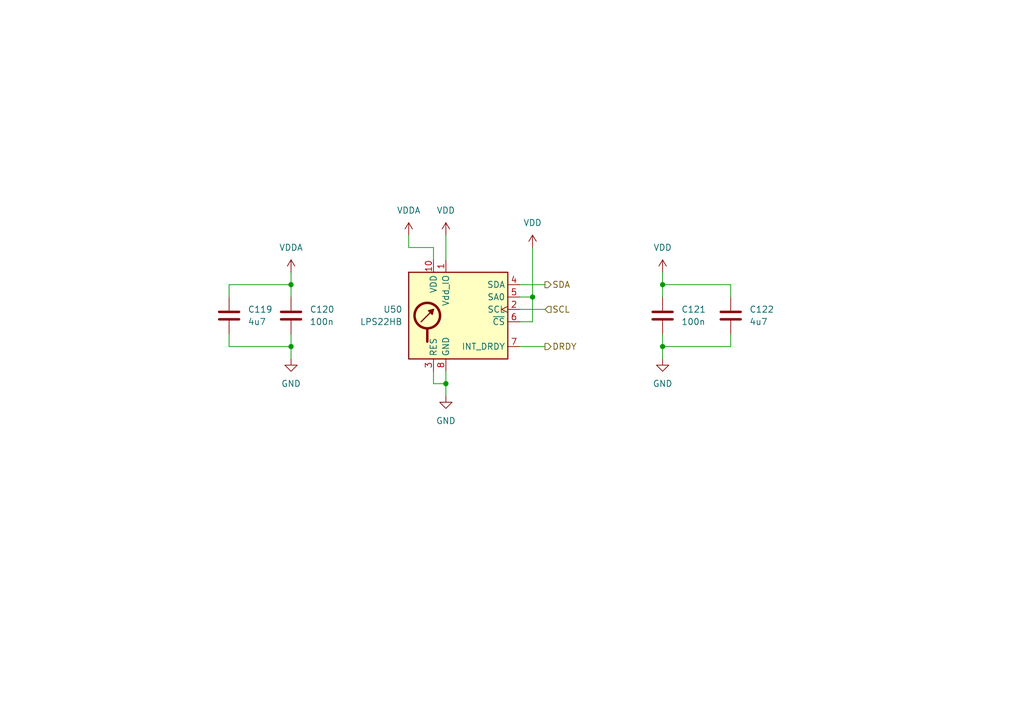
<source format=kicad_sch>
(kicad_sch (version 20231120) (generator "eeschema") (generator_version "8.0")
  (paper "A5")
  (lib_symbols
    (symbol "Device:C" (pin_numbers hide) (pin_names (offset 0.254))
      (property "Reference" "C" (at 0.635 2.54 0))
      (property "Value" "C" (at 0.635 -2.54 0))
      (symbol "C_0_1"
        (polyline (pts (xy -2.032 -0.762) (xy 2.032 -0.762)) (stroke (width 0.508)))
        (polyline (pts (xy -2.032 0.762) (xy 2.032 0.762)) (stroke (width 0.508)))
      )
      (symbol "C_1_1"
        (pin passive line (at 0 3.81 270) (length 2.794) (name "~") (number "1"))
        (pin passive line (at 0 -3.81 90) (length 2.794) (name "~") (number "2"))
      )
    )
    (symbol "Sensor_Pressure:LPS22HB"
      (property "Reference" "U" (at -11.43 1.27 0))
      (property "Value" "LPS22HB" (at -11.43 -1.27 0))
      (symbol "LPS22HB_0_1"
        (rectangle (start -10.16 10.16) (end 10.16 -7.62) (stroke (width 0.254)) (fill (type background)))
        (circle (center -6.35 1.27) (radius 2.6162) (stroke (width 0.508)))
        (polyline (pts (xy -7.62 0) (xy -5.08 2.54)) (stroke (width 0.254)))
        (polyline (pts (xy -6.35 -1.524) (xy -6.35 -4.064)) (stroke (width 0.508)))
        (polyline (pts (xy -5.08 2.54) (xy -5.334 1.524) (xy -6.096 2.286) (xy -5.08 2.54)) (stroke (width 0.254)) (fill (type outline)))
      )
      (symbol "LPS22HB_1_1"
        (pin power_in line (at -2.54 12.7 270) (length 2.54) (name "Vdd_IO") (number "1"))
        (pin power_in line (at -5.08 12.7 270) (length 2.54) (name "VDD") (number "10"))
        (pin input clock (at 12.7 2.54 180) (length 2.54) (name "SCL") (number "2"))
        (pin passive line (at -5.08 -10.16 90) (length 2.54) (name "RES") (number "3"))
        (pin bidirectional line (at 12.7 7.62 180) (length 2.54) (name "SDA") (number "4"))
        (pin input line (at 12.7 5.08 180) (length 2.54) (name "SA0") (number "5"))
        (pin input line (at 12.7 0 180) (length 2.54) (name "~{CS}") (number "6"))
        (pin output line (at 12.7 -5.08 180) (length 2.54) (name "INT_DRDY") (number "7"))
        (pin power_in line (at -2.54 -10.16 90) (length 2.54) (name "GND") (number "8"))
        (pin passive line (at -2.54 -10.16 90) (length 2.54) hide (name "GND") (number "9"))
      )
    )
    (symbol "power:GND" (power) (pin_names (offset 0))
      (property "Value" "GND" (at 0 -3.81 0))
      (symbol "GND_0_1"
        (polyline (pts (xy 0 0) (xy 0 -1.27) (xy 1.27 -1.27) (xy 0 -2.54) (xy -1.27 -1.27) (xy 0 -1.27)))
      )
      (symbol "GND_1_1"
        (pin power_in line (at 0 0 270) (length 0) hide (name "GND") (number "1"))
      )
    )
    (symbol "power:VDD" (power) (pin_names (offset 0))
      (property "Value" "VDD" (at 0 3.81 0))
      (symbol "VDD_0_1"
        (polyline (pts (xy -0.762 1.27) (xy 0 2.54)))
        (polyline (pts (xy 0 0) (xy 0 2.54)))
        (polyline (pts (xy 0 2.54) (xy 0.762 1.27)))
      )
      (symbol "VDD_1_1"
        (pin power_in line (at 0 0 90) (length 0) hide (name "VDD") (number "1"))
      )
    )
    (symbol "power:VDDA" (power) (pin_names (offset 0))
      (property "Value" "VDDA" (at 0 3.81 0))
      (symbol "VDDA_0_1"
        (polyline (pts (xy -0.762 1.27) (xy 0 2.54)))
        (polyline (pts (xy 0 0) (xy 0 2.54)))
        (polyline (pts (xy 0 2.54) (xy 0.762 1.27)))
      )
      (symbol "VDDA_1_1"
        (pin power_in line (at 0 0 90) (length 0) hide (name "VDDA") (number "1"))
      )
    )
  )
  (junction (at 109.22 60.96))
  (junction (at 135.89 58.42))
  (junction (at 59.69 71.12))
  (junction (at 59.69 58.42))
  (junction (at 91.44 78.74))
  (junction (at 135.89 71.12))
  (wire (pts (xy 109.22 60.96) (xy 109.22 66.04)))
  (wire (pts (xy 59.69 71.12) (xy 59.69 73.66)))
  (wire (pts (xy 59.69 58.42) (xy 59.69 60.96)))
  (wire (pts (xy 91.44 48.26) (xy 91.44 53.34)))
  (wire (pts (xy 106.68 63.5) (xy 111.76 63.5)))
  (wire (pts (xy 83.82 48.26) (xy 83.82 50.8)))
  (wire (pts (xy 46.99 71.12) (xy 59.69 71.12)))
  (wire (pts (xy 91.44 76.2) (xy 91.44 78.74)))
  (wire (pts (xy 59.69 68.58) (xy 59.69 71.12)))
  (wire (pts (xy 149.86 71.12) (xy 135.89 71.12)))
  (wire (pts (xy 149.86 68.58) (xy 149.86 71.12)))
  (wire (pts (xy 106.68 58.42) (xy 111.76 58.42)))
  (wire (pts (xy 88.9 50.8) (xy 88.9 53.34)))
  (wire (pts (xy 135.89 58.42) (xy 135.89 60.96)))
  (wire (pts (xy 109.22 50.8) (xy 109.22 60.96)))
  (wire (pts (xy 109.22 66.04) (xy 106.68 66.04)))
  (wire (pts (xy 106.68 60.96) (xy 109.22 60.96)))
  (wire (pts (xy 149.86 60.96) (xy 149.86 58.42)))
  (wire (pts (xy 91.44 78.74) (xy 91.44 81.28)))
  (wire (pts (xy 135.89 71.12) (xy 135.89 73.66)))
  (wire (pts (xy 83.82 50.8) (xy 88.9 50.8)))
  (wire (pts (xy 88.9 78.74) (xy 88.9 76.2)))
  (wire (pts (xy 135.89 68.58) (xy 135.89 71.12)))
  (wire (pts (xy 46.99 58.42) (xy 46.99 60.96)))
  (wire (pts (xy 91.44 78.74) (xy 88.9 78.74)))
  (wire (pts (xy 149.86 58.42) (xy 135.89 58.42)))
  (wire (pts (xy 46.99 68.58) (xy 46.99 71.12)))
  (wire (pts (xy 106.68 71.12) (xy 111.76 71.12)))
  (wire (pts (xy 59.69 55.88) (xy 59.69 58.42)))
  (wire (pts (xy 59.69 58.42) (xy 46.99 58.42)))
  (wire (pts (xy 135.89 55.88) (xy 135.89 58.42)))
  (hierarchical_label "SCL" (shape input) (at 111.76 63.5 0))
  (hierarchical_label "DRDY" (shape output) (at 111.76 71.12 0))
  (hierarchical_label "SDA" (shape output) (at 111.76 58.42 0))
  (symbol (lib_id "power:GND") (at 135.89 73.66 0) (unit 1)
    (property "Reference" "#PWR0363" (effects (hide yes)))
    (property "Value" "GND" (at 135.89 78.74 0))
  )
  (symbol (lib_id "power:VDD") (at 135.89 55.88 0) (unit 1)
    (property "Reference" "#PWR0362" (effects (hide yes)))
    (property "Value" "VDD" (at 135.89 50.8 0))
  )
  (symbol (lib_id "Device:C") (at 149.86 64.77 0) (unit 1)
    (property "Reference" "C122" (at 153.67 63.5 0) (effects (justify left)))
    (property "Value" "4u7" (at 153.67 66.04 0) (effects (justify left)))
    (property "Footprint" "Capacitor_SMD:C_0402_1005Metric" (effects (hide yes)))
  )
  (symbol (lib_id "Device:C") (at 59.69 64.77 0) (unit 1)
    (property "Reference" "C120" (at 63.5 63.5 0) (effects (justify left)))
    (property "Value" "100n" (at 63.5 66.04 0) (effects (justify left)))
    (property "Footprint" "Capacitor_SMD:C_0402_1005Metric" (effects (hide yes)))
  )
  (symbol (lib_id "power:GND") (at 91.44 81.28 0) (unit 1)
    (property "Reference" "#PWR0361" (effects (hide yes)))
    (property "Value" "GND" (at 91.44 86.36 0))
  )
  (symbol (lib_id "Device:C") (at 46.99 64.77 0) (unit 1)
    (property "Reference" "C119" (at 50.8 63.5 0) (effects (justify left)))
    (property "Value" "4u7" (at 50.8 66.04 0) (effects (justify left)))
    (property "Footprint" "Capacitor_SMD:C_0402_1005Metric" (effects (hide yes)))
  )
  (symbol (lib_id "power:GND") (at 59.69 73.66 0) (unit 1)
    (property "Reference" "#PWR0358" (effects (hide yes)))
    (property "Value" "GND" (at 59.69 78.74 0))
  )
  (symbol (lib_id "power:VDDA") (at 83.82 48.26 0) (unit 1)
    (property "Reference" "#PWR0359" (effects (hide yes)))
    (property "Value" "VDDA" (at 83.82 43.18 0))
  )
  (symbol (lib_id "Device:C") (at 135.89 64.77 0) (unit 1)
    (property "Reference" "C121" (at 139.7 63.5 0) (effects (justify left)))
    (property "Value" "100n" (at 139.7 66.04 0) (effects (justify left)))
    (property "Footprint" "Capacitor_SMD:C_0402_1005Metric" (effects (hide yes)))
  )
  (symbol (lib_id "power:VDD") (at 109.22 50.8 0) (unit 1)
    (property "Reference" "#PWR0364" (effects (hide yes)))
    (property "Value" "VDD" (at 109.22 45.72 0))
  )
  (symbol (lib_id "power:VDD") (at 91.44 48.26 0) (unit 1)
    (property "Reference" "#PWR0360" (effects (hide yes)))
    (property "Value" "VDD" (at 91.44 43.18 0))
  )
  (symbol (lib_id "power:VDDA") (at 59.69 55.88 0) (unit 1)
    (property "Reference" "#PWR0357" (effects (hide yes)))
    (property "Value" "VDDA" (at 59.69 50.8 0))
  )
  (symbol (lib_id "Sensor_Pressure:LPS22HB") (at 93.98 66.04 0) (unit 1)
    (property "Reference" "U50" (at 82.55 63.5 0) (effects (justify right)))
    (property "Value" "LPS22HB" (at 82.55 66.04 0) (effects (justify right)))
    (property "Footprint" "Package_LGA:ST_HLGA-10_2x2mm_P0.5mm_LayoutBorder3x2y" (effects (hide yes)))
    (property "Datasheet" "https://www.st.com/resource/en/datasheet/lps22hb.pdf" (effects (hide yes)))
  )
)
</source>
